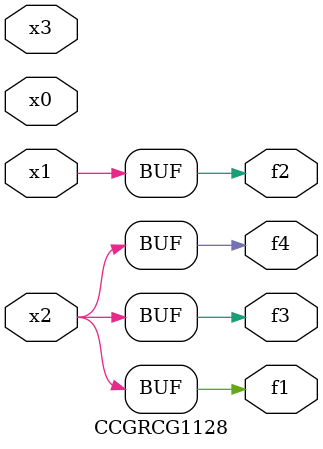
<source format=v>
module CCGRCG1128(
	input x0, x1, x2, x3,
	output f1, f2, f3, f4
);
	assign f1 = x2;
	assign f2 = x1;
	assign f3 = x2;
	assign f4 = x2;
endmodule

</source>
